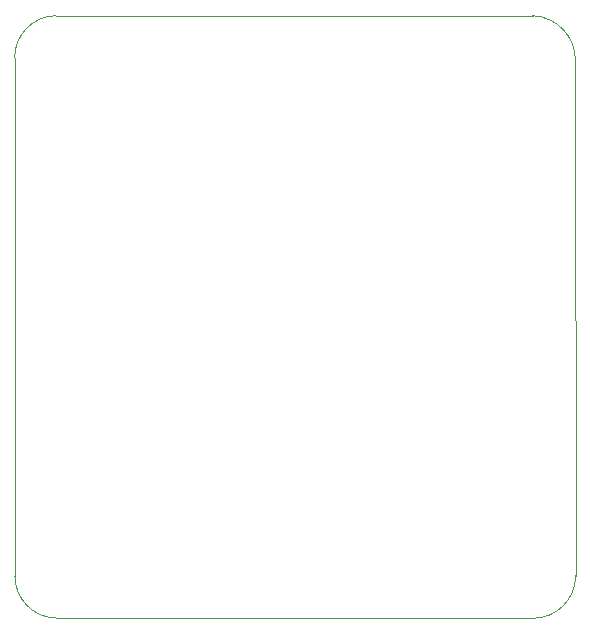
<source format=gm1>
G04 #@! TF.GenerationSoftware,KiCad,Pcbnew,7.0.7*
G04 #@! TF.CreationDate,2024-07-30T23:44:59+02:00*
G04 #@! TF.ProjectId,linefollower_pcb,6c696e65-666f-46c6-9c6f-7765725f7063,rev?*
G04 #@! TF.SameCoordinates,Original*
G04 #@! TF.FileFunction,Profile,NP*
%FSLAX46Y46*%
G04 Gerber Fmt 4.6, Leading zero omitted, Abs format (unit mm)*
G04 Created by KiCad (PCBNEW 7.0.7) date 2024-07-30 23:44:59*
%MOMM*%
%LPD*%
G01*
G04 APERTURE LIST*
G04 #@! TA.AperFunction,Profile*
%ADD10C,0.100000*%
G04 #@! TD*
G04 APERTURE END LIST*
D10*
X106570584Y-126022584D02*
G75*
G03*
X110170584Y-122422525I-84J3600084D01*
G01*
X106570584Y-126022525D02*
X66200000Y-126000000D01*
X110149984Y-78768109D02*
G75*
G03*
X106528907Y-75000001I-3771084J9D01*
G01*
X66146701Y-74999989D02*
G75*
G03*
X62674996Y-78545877I74999J-3545911D01*
G01*
X62700007Y-122454709D02*
G75*
G03*
X66200000Y-126000000I3545593J9D01*
G01*
X66146701Y-75000001D02*
X106528907Y-75000000D01*
X62699996Y-122454709D02*
X62674996Y-78545877D01*
X110150000Y-78768109D02*
X110170584Y-122422525D01*
M02*

</source>
